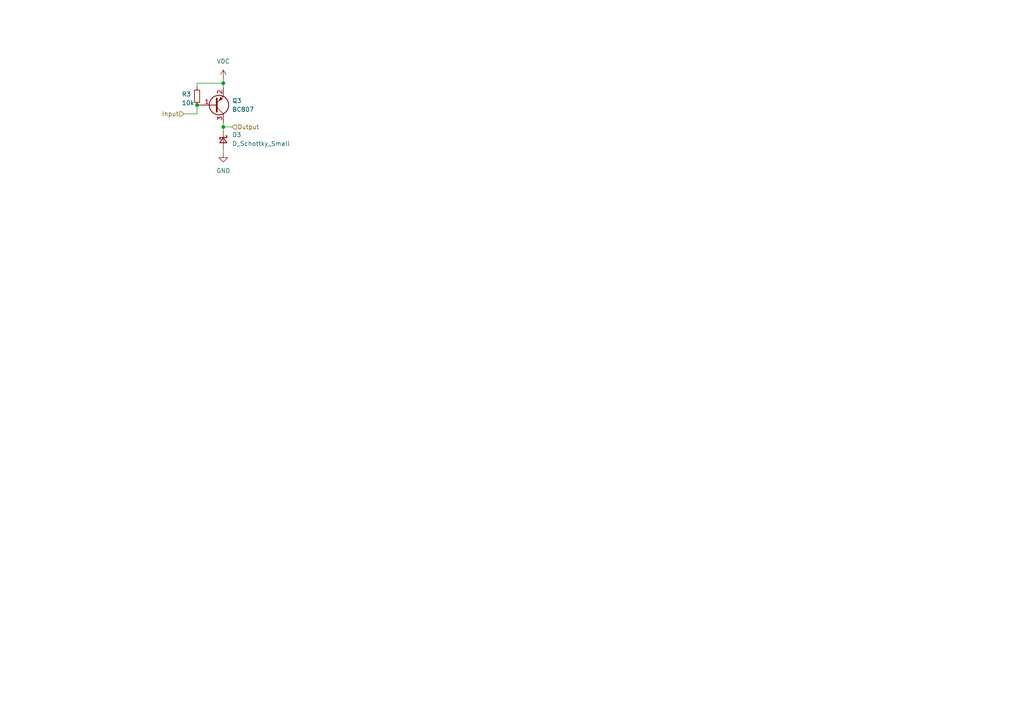
<source format=kicad_sch>
(kicad_sch (version 20231120) (generator "eeschema") (generator_version "8.0")
  (paper "A4")
  (lib_symbols
    (symbol "Device:D_Schottky_Small" (pin_numbers hide) (pin_names (offset 0.254) hide)
      (property "Reference" "D" (at -1.27 2.032 0))
      (property "Value" "D_Schottky_Small" (at -7.112 -2.032 0))
      (symbol "D_Schottky_Small_0_1"
        (polyline (pts (xy -0.762 0) (xy 0.762 0)))
        (polyline (pts (xy 0.762 -1.016) (xy -0.762 0) (xy 0.762 1.016) (xy 0.762 -1.016)) (stroke (width 0.254)))
        (polyline (pts (xy -1.27 0.762) (xy -1.27 1.016) (xy -0.762 1.016) (xy -0.762 -1.016) (xy -0.254 -1.016) (xy -0.254 -0.762)) (stroke (width 0.254)))
      )
      (symbol "D_Schottky_Small_1_1"
        (pin passive line (at -2.54 0 0) (length 1.778) (name "K") (number "1"))
        (pin passive line (at 2.54 0 180) (length 1.778) (name "A") (number "2"))
      )
    )
    (symbol "Device:R_Small" (pin_numbers hide) (pin_names (offset 0.254) hide)
      (property "Reference" "R" (at 0.762 0.508 0))
      (property "Value" "R_Small" (at 0.762 -1.016 0))
      (symbol "R_Small_0_1"
        (rectangle (start -0.762 1.778) (end 0.762 -1.778) (stroke (width 0.2032)))
      )
      (symbol "R_Small_1_1"
        (pin passive line (at 0 2.54 270) (length 0.762) (name "~") (number "1"))
        (pin passive line (at 0 -2.54 90) (length 0.762) (name "~") (number "2"))
      )
    )
    (symbol "Transistor_BJT:BC807" (pin_names (offset 0) hide)
      (property "Reference" "Q" (at 5.08 1.905 0))
      (property "Value" "BC807" (at 5.08 0 0))
      (symbol "BC807_0_1"
        (polyline (pts (xy 0.635 0.635) (xy 2.54 2.54)))
        (polyline (pts (xy 0.635 -0.635) (xy 2.54 -2.54) (xy 2.54 -2.54)))
        (polyline (pts (xy 0.635 1.905) (xy 0.635 -1.905) (xy 0.635 -1.905)) (stroke (width 0.508)))
        (polyline (pts (xy 2.286 -1.778) (xy 1.778 -2.286) (xy 1.27 -1.27) (xy 2.286 -1.778) (xy 2.286 -1.778)) (fill (type outline)))
        (circle (center 1.27 0) (radius 2.8194) (stroke (width 0.254)))
      )
      (symbol "BC807_1_1"
        (pin input line (at -5.08 0 0) (length 5.715) (name "B") (number "1"))
        (pin passive line (at 2.54 -5.08 90) (length 2.54) (name "E") (number "2"))
        (pin passive line (at 2.54 5.08 270) (length 2.54) (name "C") (number "3"))
      )
    )
    (symbol "power:GND" (power) (pin_numbers hide) (pin_names (offset 0) hide)
      (property "Value" "GND" (at 0 -3.81 0))
      (symbol "GND_0_1"
        (polyline (pts (xy 0 0) (xy 0 -1.27) (xy 1.27 -1.27) (xy 0 -2.54) (xy -1.27 -1.27) (xy 0 -1.27)))
      )
      (symbol "GND_1_1"
        (pin power_in line (at 0 0 270) (length 0) (name "~") (number "1"))
      )
    )
    (symbol "power:VDC" (power) (pin_numbers hide) (pin_names (offset 0) hide)
      (property "Value" "VDC" (at 0 3.556 0))
      (symbol "VDC_0_1"
        (polyline (pts (xy -0.762 1.27) (xy 0 2.54)))
        (polyline (pts (xy 0 0) (xy 0 2.54)))
        (polyline (pts (xy 0 2.54) (xy 0.762 1.27)))
      )
      (symbol "VDC_1_1"
        (pin power_in line (at 0 0 90) (length 0) (name "~") (number "1"))
      )
    )
  )
  (junction (at 64.77 36.83))
  (junction (at 64.77 24.13))
  (junction (at 57.15 30.48))
  (wire (pts (xy 53.34 33.02) (xy 57.15 33.02)))
  (wire (pts (xy 64.77 36.83) (xy 64.77 35.56)))
  (wire (pts (xy 57.15 24.13) (xy 64.77 24.13)))
  (wire (pts (xy 64.77 22.86) (xy 64.77 24.13)))
  (wire (pts (xy 64.77 43.18) (xy 64.77 44.45)))
  (wire (pts (xy 64.77 38.1) (xy 64.77 36.83)))
  (wire (pts (xy 64.77 36.83) (xy 67.31 36.83)))
  (wire (pts (xy 57.15 33.02) (xy 57.15 30.48)))
  (wire (pts (xy 57.15 25.4) (xy 57.15 24.13)))
  (wire (pts (xy 64.77 25.4) (xy 64.77 24.13)))
  (hierarchical_label "Output" (shape input) (at 67.31 36.83 0))
  (hierarchical_label "Input" (shape input) (at 53.34 33.02 180))
  (symbol (lib_id "power:GND") (at 64.77 44.45 0) (unit 1)
    (property "Reference" "#PWR06" (effects (hide yes)))
    (property "Value" "GND" (at 64.77 49.53 0))
    (property "Description" "Power symbol creates a global label with name \"GND\" , ground" (effects (hide yes)))
    (instances (project "Showcase" (path "" (reference "#PWR06") (unit 1)) (path "" (reference "#PWR08") (unit 1)) (path "" (reference "#PWR0102") (unit 1)) (path "" (reference "#PWR0104") (unit 1)) (path "" (reference "#PWR0106") (unit 1)) (path "" (reference "#PWR0108") (unit 1)) (path "" (reference "#PWR0110") (unit 1)) (path "" (reference "#PWR0112") (unit 1)) (path "" (reference "#PWR0144") (unit 1))))
  )
  (symbol (lib_id "power:VDC") (at 64.77 22.86 0) (unit 1)
    (property "Reference" "#PWR03" (effects (hide yes)))
    (property "Value" "VDC" (at 64.77 17.78 0))
    (property "Description" "Power symbol creates a global label with name \"VDC\"" (effects (hide yes)))
    (instances (project "Showcase" (path "" (reference "#PWR03") (unit 1)) (path "" (reference "#PWR07") (unit 1)) (path "" (reference "#PWR0101") (unit 1)) (path "" (reference "#PWR0103") (unit 1)) (path "" (reference "#PWR0105") (unit 1)) (path "" (reference "#PWR0107") (unit 1)) (path "" (reference "#PWR0109") (unit 1)) (path "" (reference "#PWR0111") (unit 1)) (path "" (reference "#PWR0143") (unit 1))))
  )
  (symbol (lib_id "Device:D_Schottky_Small") (at 64.77 40.64 270) (unit 1)
    (property "Reference" "D3" (at 67.31 39.1159 90) (effects (justify left)))
    (property "Value" "D_Schottky_Small" (at 67.31 41.6559 90) (effects (justify left)))
    (property "Footprint" "Diode_SMD:D_0805_2012Metric" (effects (hide yes)))
    (property "Description" "Schottky diode, small symbol" (effects (hide yes)))
    (instances (project "Showcase" (path "" (reference "D3") (unit 1)) (path "" (reference "D5") (unit 1)) (path "" (reference "D6") (unit 1)) (path "" (reference "D7") (unit 1)) (path "" (reference "D8") (unit 1)) (path "" (reference "D9") (unit 1)) (path "" (reference "D10") (unit 1)) (path "" (reference "D11") (unit 1)) (path "" (reference "D25") (unit 1))))
  )
  (symbol (lib_id "Transistor_BJT:BC807") (at 62.23 30.48 0) (mirror x) (unit 1)
    (property "Reference" "Q3" (at 67.31 29.2099 0) (effects (justify left)))
    (property "Value" "BC807" (at 67.31 31.7499 0) (effects (justify left)))
    (property "Footprint" "Package_TO_SOT_SMD:SOT-23" (effects (hide yes)))
    (property "Datasheet" "https://www.onsemi.com/pub/Collateral/BC808-D.pdf" (effects (hide yes)))
    (property "Description" "0.8A Ic, 45V Vce, PNP Transistor, SOT-23" (effects (hide yes)))
    (instances (project "Showcase" (path "" (reference "Q3") (unit 1)) (path "" (reference "Q5") (unit 1)) (path "" (reference "Q6") (unit 1)) (path "" (reference "Q7") (unit 1)) (path "" (reference "Q8") (unit 1)) (path "" (reference "Q9") (unit 1)) (path "" (reference "Q10") (unit 1)) (path "" (reference "Q11") (unit 1)) (path "" (reference "Q25") (unit 1))))
  )
  (symbol (lib_id "Device:R_Small") (at 57.15 27.94 0) (unit 1)
    (property "Reference" "R3" (at 52.705 27.305 0) (effects (justify left)))
    (property "Value" "10k" (at 52.705 29.845 0) (effects (justify left)))
    (property "Footprint" "Resistor_SMD:R_0805_2012Metric" (effects (hide yes)))
    (property "Description" "Resistor, small symbol" (effects (hide yes)))
    (instances (project "Showcase" (path "" (reference "R3") (unit 1)) (path "" (reference "R5") (unit 1)) (path "" (reference "R6") (unit 1)) (path "" (reference "R7") (unit 1)) (path "" (reference "R8") (unit 1)) (path "" (reference "R9") (unit 1)) (path "" (reference "R10") (unit 1)) (path "" (reference "R11") (unit 1)) (path "" (reference "R25") (unit 1))))
  )
)
</source>
